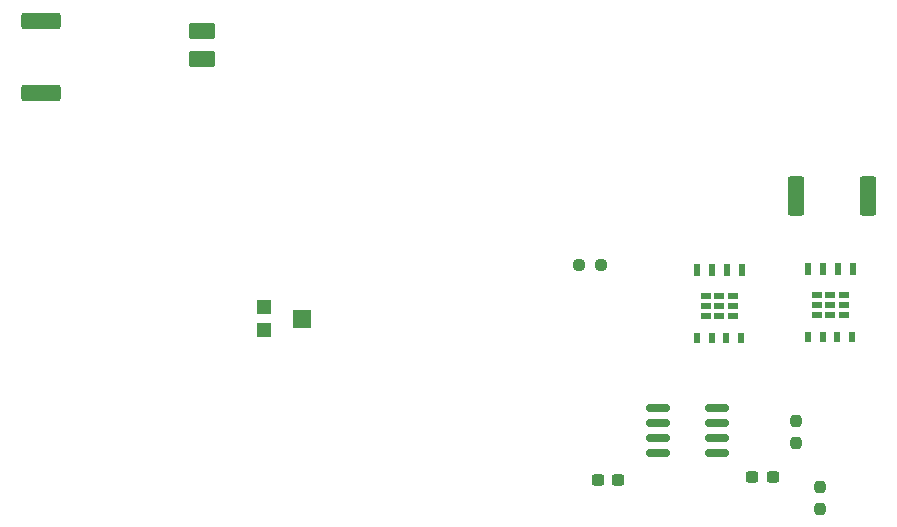
<source format=gbr>
%TF.GenerationSoftware,KiCad,Pcbnew,(6.0.1)*%
%TF.CreationDate,2022-11-29T11:45:12-05:00*%
%TF.ProjectId,high-voltage-board,68696768-2d76-46f6-9c74-6167652d626f,rev?*%
%TF.SameCoordinates,Original*%
%TF.FileFunction,Paste,Top*%
%TF.FilePolarity,Positive*%
%FSLAX46Y46*%
G04 Gerber Fmt 4.6, Leading zero omitted, Abs format (unit mm)*
G04 Created by KiCad (PCBNEW (6.0.1)) date 2022-11-29 11:45:12*
%MOMM*%
%LPD*%
G01*
G04 APERTURE LIST*
G04 Aperture macros list*
%AMRoundRect*
0 Rectangle with rounded corners*
0 $1 Rounding radius*
0 $2 $3 $4 $5 $6 $7 $8 $9 X,Y pos of 4 corners*
0 Add a 4 corners polygon primitive as box body*
4,1,4,$2,$3,$4,$5,$6,$7,$8,$9,$2,$3,0*
0 Add four circle primitives for the rounded corners*
1,1,$1+$1,$2,$3*
1,1,$1+$1,$4,$5*
1,1,$1+$1,$6,$7*
1,1,$1+$1,$8,$9*
0 Add four rect primitives between the rounded corners*
20,1,$1+$1,$2,$3,$4,$5,0*
20,1,$1+$1,$4,$5,$6,$7,0*
20,1,$1+$1,$6,$7,$8,$9,0*
20,1,$1+$1,$8,$9,$2,$3,0*%
G04 Aperture macros list end*
%ADD10RoundRect,0.237500X0.300000X0.237500X-0.300000X0.237500X-0.300000X-0.237500X0.300000X-0.237500X0*%
%ADD11RoundRect,0.237500X0.250000X0.237500X-0.250000X0.237500X-0.250000X-0.237500X0.250000X-0.237500X0*%
%ADD12RoundRect,0.237500X0.237500X-0.250000X0.237500X0.250000X-0.237500X0.250000X-0.237500X-0.250000X0*%
%ADD13RoundRect,0.249999X1.425001X-0.450001X1.425001X0.450001X-1.425001X0.450001X-1.425001X-0.450001X0*%
%ADD14R,0.600000X0.900000*%
%ADD15R,0.900000X0.600000*%
%ADD16R,0.600000X1.050000*%
%ADD17RoundRect,0.150000X-0.825000X-0.150000X0.825000X-0.150000X0.825000X0.150000X-0.825000X0.150000X0*%
%ADD18RoundRect,0.249999X0.450001X1.425001X-0.450001X1.425001X-0.450001X-1.425001X0.450001X-1.425001X0*%
%ADD19R,1.200000X1.200000*%
%ADD20R,1.500000X1.600000*%
%ADD21RoundRect,0.237500X-0.237500X0.250000X-0.237500X-0.250000X0.237500X-0.250000X0.237500X0.250000X0*%
%ADD22RoundRect,0.250001X-0.849999X0.462499X-0.849999X-0.462499X0.849999X-0.462499X0.849999X0.462499X0*%
G04 APERTURE END LIST*
D10*
%TO.C,C4*%
X164692500Y-84328000D03*
X162967500Y-84328000D03*
%TD*%
D11*
%TO.C,R5*%
X163195000Y-66167000D03*
X161370000Y-66167000D03*
%TD*%
D12*
%TO.C,R3*%
X181737000Y-86764500D03*
X181737000Y-84939500D03*
%TD*%
D13*
%TO.C,R15*%
X115824000Y-51564000D03*
X115824000Y-45464000D03*
%TD*%
D14*
%TO.C,Q1*%
X180746000Y-72208000D03*
D15*
X181476000Y-69508000D03*
X183776000Y-70358000D03*
X181476000Y-70358000D03*
X182626000Y-68658000D03*
X183776000Y-68658000D03*
X182626000Y-69508000D03*
D14*
X182026000Y-72208000D03*
X183226000Y-72208000D03*
D15*
X182626000Y-70358000D03*
X181476000Y-68658000D03*
D14*
X184506000Y-72208000D03*
D15*
X183776000Y-69508000D03*
D16*
X184536000Y-66488000D03*
X183266000Y-66488000D03*
X181986000Y-66488000D03*
X180716000Y-66488000D03*
%TD*%
D17*
%TO.C,U3*%
X168086000Y-78232000D03*
X168086000Y-79502000D03*
X168086000Y-80772000D03*
X168086000Y-82042000D03*
X173036000Y-82042000D03*
X173036000Y-80772000D03*
X173036000Y-79502000D03*
X173036000Y-78232000D03*
%TD*%
D10*
%TO.C,C6*%
X177773500Y-84074000D03*
X176048500Y-84074000D03*
%TD*%
D18*
%TO.C,R6*%
X185803000Y-60325000D03*
X179703000Y-60325000D03*
%TD*%
D19*
%TO.C,RV1*%
X134698000Y-69662800D03*
D20*
X137948000Y-70662800D03*
D19*
X134698000Y-71662800D03*
%TD*%
D15*
%TO.C,Q2*%
X172078000Y-68746000D03*
D14*
X175108000Y-72296000D03*
D15*
X172078000Y-70446000D03*
D14*
X171348000Y-72296000D03*
D15*
X174378000Y-69596000D03*
X172078000Y-69596000D03*
D14*
X173828000Y-72296000D03*
D15*
X174378000Y-70446000D03*
X173228000Y-69596000D03*
X173228000Y-70446000D03*
X173228000Y-68746000D03*
D14*
X172628000Y-72296000D03*
D15*
X174378000Y-68746000D03*
D16*
X175138000Y-66576000D03*
X173868000Y-66576000D03*
X172588000Y-66576000D03*
X171318000Y-66576000D03*
%TD*%
D21*
%TO.C,R4*%
X179705000Y-79351500D03*
X179705000Y-81176500D03*
%TD*%
D22*
%TO.C,L1*%
X129432500Y-46335500D03*
X129432500Y-48660500D03*
%TD*%
M02*

</source>
